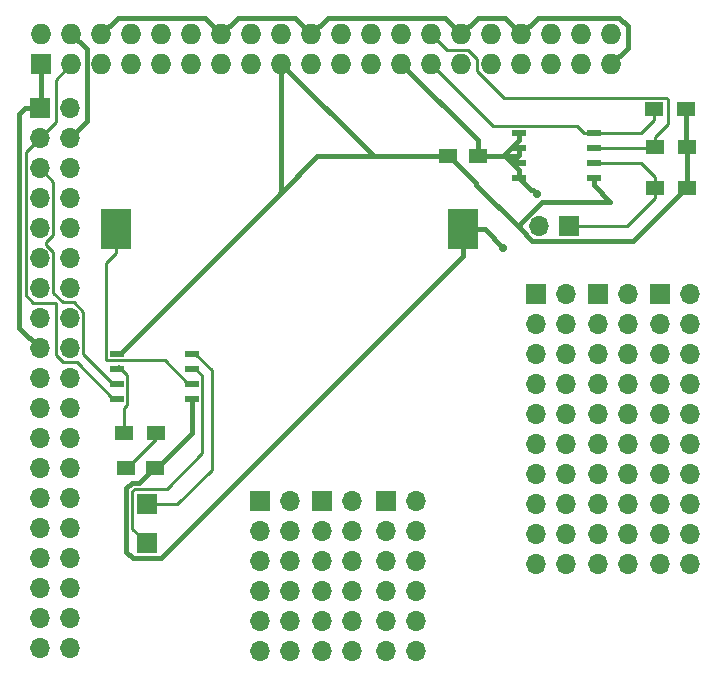
<source format=gbl>
G04 #@! TF.FileFunction,Copper,L2,Bot,Signal*
%FSLAX46Y46*%
G04 Gerber Fmt 4.6, Leading zero omitted, Abs format (unit mm)*
G04 Created by KiCad (PCBNEW 4.0.6) date Friday, 11 August 2017 'AMt' 02:59:44*
%MOMM*%
%LPD*%
G01*
G04 APERTURE LIST*
%ADD10C,0.100000*%
%ADD11R,1.727200X1.727200*%
%ADD12O,1.727200X1.727200*%
%ADD13R,1.700000X1.700000*%
%ADD14O,1.700000X1.700000*%
%ADD15R,2.540000X3.510000*%
%ADD16R,1.143000X0.508000*%
%ADD17R,1.800000X1.750000*%
%ADD18R,1.500000X1.250000*%
%ADD19R,1.500000X1.300000*%
%ADD20C,0.700000*%
%ADD21C,0.250000*%
%ADD22C,0.400000*%
G04 APERTURE END LIST*
D10*
D11*
X8370000Y-5270000D03*
D12*
X8370000Y-2730000D03*
X10910000Y-5270000D03*
X10910000Y-2730000D03*
X13450000Y-5270000D03*
X13450000Y-2730000D03*
X15990000Y-5270000D03*
X15990000Y-2730000D03*
X18530000Y-5270000D03*
X18530000Y-2730000D03*
X21070000Y-5270000D03*
X21070000Y-2730000D03*
X23610000Y-5270000D03*
X23610000Y-2730000D03*
X26150000Y-5270000D03*
X26150000Y-2730000D03*
X28690000Y-5270000D03*
X28690000Y-2730000D03*
X31230000Y-5270000D03*
X31230000Y-2730000D03*
X33770000Y-5270000D03*
X33770000Y-2730000D03*
X36310000Y-5270000D03*
X36310000Y-2730000D03*
X38850000Y-5270000D03*
X38850000Y-2730000D03*
X41390000Y-5270000D03*
X41390000Y-2730000D03*
X43930000Y-5270000D03*
X43930000Y-2730000D03*
X46470000Y-5270000D03*
X46470000Y-2730000D03*
X49010000Y-5270000D03*
X49010000Y-2730000D03*
X51550000Y-5270000D03*
X51550000Y-2730000D03*
X54090000Y-5270000D03*
X54090000Y-2730000D03*
X56630000Y-5270000D03*
X56630000Y-2730000D03*
D13*
X8204200Y-9017000D03*
D14*
X10744200Y-9017000D03*
X8204200Y-11557000D03*
X10744200Y-11557000D03*
X8204200Y-14097000D03*
X10744200Y-14097000D03*
X8204200Y-16637000D03*
X10744200Y-16637000D03*
X8204200Y-19177000D03*
X10744200Y-19177000D03*
X8204200Y-21717000D03*
X10744200Y-21717000D03*
X8204200Y-24257000D03*
X10744200Y-24257000D03*
X8204200Y-26797000D03*
X10744200Y-26797000D03*
X8204200Y-29337000D03*
X10744200Y-29337000D03*
X8204200Y-31877000D03*
X10744200Y-31877000D03*
X8204200Y-34417000D03*
X10744200Y-34417000D03*
X8204200Y-36957000D03*
X10744200Y-36957000D03*
X8204200Y-39497000D03*
X10744200Y-39497000D03*
X8204200Y-42037000D03*
X10744200Y-42037000D03*
X8204200Y-44577000D03*
X10744200Y-44577000D03*
X8204200Y-47117000D03*
X10744200Y-47117000D03*
X8204200Y-49657000D03*
X10744200Y-49657000D03*
X8204200Y-52197000D03*
X10744200Y-52197000D03*
X8204200Y-54737000D03*
X10744200Y-54737000D03*
D15*
X14709000Y-19227800D03*
X44069000Y-19227800D03*
D16*
X14732000Y-29768800D03*
X14732000Y-31038800D03*
X14732000Y-32308800D03*
X14732000Y-33578800D03*
X21082000Y-33578800D03*
X21082000Y-32308800D03*
X21082000Y-31038800D03*
X21082000Y-29768800D03*
D17*
X17297400Y-42545600D03*
X17297400Y-45795600D03*
D18*
X15488600Y-39446200D03*
X17988600Y-39446200D03*
D19*
X15359400Y-36499800D03*
X18059400Y-36499800D03*
D18*
X45288200Y-13081000D03*
X42788200Y-13081000D03*
D19*
X63017400Y-15722600D03*
X60317400Y-15722600D03*
X63017400Y-12319000D03*
X60317400Y-12319000D03*
X62945000Y-9067800D03*
X60245000Y-9067800D03*
D16*
X55118000Y-14884400D03*
X55118000Y-13614400D03*
X55118000Y-12344400D03*
X55118000Y-11074400D03*
X48768000Y-11074400D03*
X48768000Y-12344400D03*
X48768000Y-13614400D03*
X48768000Y-14884400D03*
D13*
X53060600Y-18973800D03*
D14*
X50520600Y-18973800D03*
D13*
X26847800Y-42240200D03*
D14*
X29387800Y-42240200D03*
X26847800Y-44780200D03*
X29387800Y-44780200D03*
X26847800Y-47320200D03*
X29387800Y-47320200D03*
X26847800Y-49860200D03*
X29387800Y-49860200D03*
X26847800Y-52400200D03*
X29387800Y-52400200D03*
X26847800Y-54940200D03*
X29387800Y-54940200D03*
D13*
X32131000Y-42240200D03*
D14*
X34671000Y-42240200D03*
X32131000Y-44780200D03*
X34671000Y-44780200D03*
X32131000Y-47320200D03*
X34671000Y-47320200D03*
X32131000Y-49860200D03*
X34671000Y-49860200D03*
X32131000Y-52400200D03*
X34671000Y-52400200D03*
X32131000Y-54940200D03*
X34671000Y-54940200D03*
D13*
X37515800Y-42240200D03*
D14*
X40055800Y-42240200D03*
X37515800Y-44780200D03*
X40055800Y-44780200D03*
X37515800Y-47320200D03*
X40055800Y-47320200D03*
X37515800Y-49860200D03*
X40055800Y-49860200D03*
X37515800Y-52400200D03*
X40055800Y-52400200D03*
X37515800Y-54940200D03*
X40055800Y-54940200D03*
D13*
X60731400Y-24714200D03*
D14*
X63271400Y-24714200D03*
X60731400Y-27254200D03*
X63271400Y-27254200D03*
X60731400Y-29794200D03*
X63271400Y-29794200D03*
X60731400Y-32334200D03*
X63271400Y-32334200D03*
X60731400Y-34874200D03*
X63271400Y-34874200D03*
X60731400Y-37414200D03*
X63271400Y-37414200D03*
X60731400Y-39954200D03*
X63271400Y-39954200D03*
X60731400Y-42494200D03*
X63271400Y-42494200D03*
X60731400Y-45034200D03*
X63271400Y-45034200D03*
X60731400Y-47574200D03*
X63271400Y-47574200D03*
D13*
X55499000Y-24714200D03*
D14*
X58039000Y-24714200D03*
X55499000Y-27254200D03*
X58039000Y-27254200D03*
X55499000Y-29794200D03*
X58039000Y-29794200D03*
X55499000Y-32334200D03*
X58039000Y-32334200D03*
X55499000Y-34874200D03*
X58039000Y-34874200D03*
X55499000Y-37414200D03*
X58039000Y-37414200D03*
X55499000Y-39954200D03*
X58039000Y-39954200D03*
X55499000Y-42494200D03*
X58039000Y-42494200D03*
X55499000Y-45034200D03*
X58039000Y-45034200D03*
X55499000Y-47574200D03*
X58039000Y-47574200D03*
D13*
X50266600Y-24714200D03*
D14*
X52806600Y-24714200D03*
X50266600Y-27254200D03*
X52806600Y-27254200D03*
X50266600Y-29794200D03*
X52806600Y-29794200D03*
X50266600Y-32334200D03*
X52806600Y-32334200D03*
X50266600Y-34874200D03*
X52806600Y-34874200D03*
X50266600Y-37414200D03*
X52806600Y-37414200D03*
X50266600Y-39954200D03*
X52806600Y-39954200D03*
X50266600Y-42494200D03*
X52806600Y-42494200D03*
X50266600Y-45034200D03*
X52806600Y-45034200D03*
X50266600Y-47574200D03*
X52806600Y-47574200D03*
D20*
X47472600Y-20802600D03*
X50317400Y-16230600D03*
D21*
X21082000Y-32308800D02*
X20764500Y-32308800D01*
X20764500Y-32308800D02*
X18803501Y-30347801D01*
X18803501Y-30347801D02*
X13900499Y-30347801D01*
X13900499Y-30347801D02*
X13835499Y-30282801D01*
X14709000Y-21232800D02*
X14709000Y-19227800D01*
X13835499Y-30282801D02*
X13835499Y-22106301D01*
X13835499Y-22106301D02*
X14709000Y-21232800D01*
X18973800Y-41224200D02*
X16258798Y-41224200D01*
X16258798Y-41224200D02*
X16072399Y-41410599D01*
X16072399Y-41410599D02*
X16072399Y-44595599D01*
X16072399Y-44595599D02*
X17272400Y-45795600D01*
X17272400Y-45795600D02*
X17297400Y-45795600D01*
X21978501Y-38219499D02*
X18973800Y-41224200D01*
X21399500Y-31038800D02*
X21978501Y-31617801D01*
X21978501Y-31617801D02*
X21978501Y-38219499D01*
X21082000Y-31038800D02*
X21399500Y-31038800D01*
X22783800Y-39598600D02*
X19836800Y-42545600D01*
X19836800Y-42545600D02*
X17297400Y-42545600D01*
X22783800Y-31153100D02*
X22783800Y-39598600D01*
X21399500Y-29768800D02*
X22783800Y-31153100D01*
X17322400Y-42545600D02*
X17297400Y-42545600D01*
X21082000Y-29768800D02*
X21399500Y-29768800D01*
X15488600Y-39446200D02*
X15613600Y-39446200D01*
X15613600Y-39446200D02*
X18059400Y-37000400D01*
X18059400Y-37000400D02*
X18059400Y-36499800D01*
X14859000Y-30848300D02*
X14859000Y-30911800D01*
X14859000Y-30911800D02*
X14732000Y-31038800D01*
X15359400Y-36499800D02*
X15359400Y-34361902D01*
X15628501Y-31617801D02*
X14859000Y-30848300D01*
X15359400Y-34361902D02*
X15628501Y-34092801D01*
X15628501Y-34092801D02*
X15628501Y-31617801D01*
X15049500Y-31038800D02*
X14732000Y-31038800D01*
D22*
X45897800Y-19227800D02*
X44069000Y-19227800D01*
X47472600Y-20802600D02*
X45897800Y-19227800D01*
X49809400Y-15925800D02*
X48768000Y-14884400D01*
X50012600Y-15925800D02*
X49809400Y-15925800D01*
X50317400Y-16230600D02*
X50012600Y-15925800D01*
X17988600Y-39446200D02*
X17863600Y-39446200D01*
X17863600Y-39446200D02*
X16610609Y-40699191D01*
X44069000Y-21519002D02*
X44069000Y-19227800D01*
X18517401Y-47070601D02*
X44069000Y-21519002D01*
X16077399Y-47070601D02*
X18517401Y-47070601D01*
X15547389Y-46540591D02*
X16077399Y-47070601D01*
X15547389Y-41193133D02*
X15547389Y-46540591D01*
X16041331Y-40699191D02*
X15547389Y-41193133D01*
X16610609Y-40699191D02*
X16041331Y-40699191D01*
X21082000Y-33578800D02*
X21082000Y-36477800D01*
X21082000Y-36477800D02*
X18113600Y-39446200D01*
X18113600Y-39446200D02*
X17988600Y-39446200D01*
X48786800Y-14884400D02*
X48768000Y-14884400D01*
X45288200Y-13081000D02*
X48234600Y-13081000D01*
X48234600Y-13081000D02*
X48768000Y-13614400D01*
X45288200Y-13081000D02*
X48685400Y-13081000D01*
X48685400Y-13081000D02*
X48768000Y-12998400D01*
X48768000Y-12998400D02*
X48768000Y-12344400D01*
X45288200Y-13081000D02*
X47618600Y-13081000D01*
X47618600Y-13081000D02*
X48768000Y-14230400D01*
X48768000Y-14230400D02*
X48768000Y-14884400D01*
X45288200Y-13081000D02*
X47415400Y-13081000D01*
X47415400Y-13081000D02*
X48768000Y-11728400D01*
X48768000Y-11728400D02*
X48768000Y-11074400D01*
X38850000Y-5270000D02*
X45288200Y-11708200D01*
X45288200Y-11708200D02*
X45288200Y-13081000D01*
X45288200Y-13017500D02*
X45288200Y-13081000D01*
X49010000Y-2730000D02*
X50373601Y-1366399D01*
X50373601Y-1366399D02*
X57284529Y-1366399D01*
X57284529Y-1366399D02*
X57993601Y-2075471D01*
X57993601Y-2075471D02*
X57993601Y-3906399D01*
X57993601Y-3906399D02*
X56630000Y-5270000D01*
X43930000Y-2730000D02*
X45293601Y-1366399D01*
X47646399Y-1366399D02*
X49010000Y-2730000D01*
X45293601Y-1366399D02*
X47646399Y-1366399D01*
X31230000Y-2730000D02*
X32593601Y-1366399D01*
X32593601Y-1366399D02*
X42566399Y-1366399D01*
X42566399Y-1366399D02*
X43930000Y-2730000D01*
X23610000Y-2730000D02*
X24973601Y-1366399D01*
X24973601Y-1366399D02*
X29866399Y-1366399D01*
X29866399Y-1366399D02*
X31230000Y-2730000D01*
X13450000Y-2730000D02*
X14813601Y-1366399D01*
X14813601Y-1366399D02*
X22246399Y-1366399D01*
X22246399Y-1366399D02*
X23610000Y-2730000D01*
X49920599Y-20223801D02*
X48873798Y-19177000D01*
X48873798Y-19177000D02*
X45199200Y-15502402D01*
X56515000Y-16935400D02*
X50708998Y-16935400D01*
X50708998Y-16935400D02*
X48873798Y-18770600D01*
X48873798Y-18770600D02*
X48873798Y-19177000D01*
X55118000Y-14884400D02*
X55118000Y-15538400D01*
X55118000Y-15538400D02*
X56515000Y-16935400D01*
X45199200Y-15367000D02*
X42913200Y-13081000D01*
X45199200Y-15502402D02*
X45199200Y-15367000D01*
X63017400Y-15722600D02*
X62917400Y-15722600D01*
X62917400Y-15722600D02*
X58416199Y-20223801D01*
X58416199Y-20223801D02*
X49920599Y-20223801D01*
X55118000Y-14884400D02*
X54800500Y-14884400D01*
X42913200Y-13081000D02*
X42788200Y-13081000D01*
X63017400Y-12319000D02*
X63017400Y-15722600D01*
X62945000Y-9067800D02*
X62945000Y-12246600D01*
X62945000Y-12246600D02*
X63017400Y-12319000D01*
X8204200Y-9017000D02*
X6954200Y-9017000D01*
X6954200Y-9017000D02*
X6504189Y-9467011D01*
X6504189Y-9467011D02*
X6504189Y-27636989D01*
X6504189Y-27636989D02*
X8204200Y-29337000D01*
X28690000Y-5270000D02*
X36501000Y-13081000D01*
X36501000Y-13081000D02*
X42788200Y-13081000D01*
X28690000Y-16128300D02*
X28473400Y-16344900D01*
X28473400Y-16344900D02*
X15049500Y-29768800D01*
X42788200Y-13081000D02*
X31737300Y-13081000D01*
X31737300Y-13081000D02*
X28473400Y-16344900D01*
X28690000Y-5270000D02*
X28690000Y-16128300D01*
X15049500Y-29768800D02*
X14732000Y-29768800D01*
X8370000Y-5270000D02*
X8370000Y-8851200D01*
X8370000Y-8851200D02*
X8204200Y-9017000D01*
D21*
X14732000Y-33578800D02*
X14414500Y-33578800D01*
X14414500Y-33578800D02*
X11347701Y-30512001D01*
X9569199Y-29901001D02*
X9569199Y-25457411D01*
X9569199Y-25457411D02*
X7665609Y-25457411D01*
X11347701Y-30512001D02*
X10180199Y-30512001D01*
X10180199Y-30512001D02*
X9569199Y-29901001D01*
X7665609Y-25457411D02*
X7029199Y-24821001D01*
X7029199Y-12732001D02*
X8204200Y-11557000D01*
X7029199Y-24821001D02*
X7029199Y-12732001D01*
X10910000Y-5270000D02*
X9569199Y-6610801D01*
X9569199Y-6610801D02*
X9569199Y-10192001D01*
X9569199Y-10192001D02*
X8204200Y-11557000D01*
X14732000Y-32308800D02*
X14414500Y-32308800D01*
X11919201Y-26232999D02*
X11118203Y-25432001D01*
X14414500Y-32308800D02*
X11919201Y-29813501D01*
X11919201Y-29813501D02*
X11919201Y-26232999D01*
X11118203Y-25432001D02*
X10180199Y-25432001D01*
X9379201Y-24631003D02*
X9379201Y-21164801D01*
X9379201Y-21164801D02*
X8768201Y-20553801D01*
X10180199Y-25432001D02*
X9379201Y-24631003D01*
X8768201Y-20553801D02*
X8768201Y-20352001D01*
X8768201Y-20352001D02*
X9379201Y-19741001D01*
X9379201Y-19741001D02*
X9379201Y-15272001D01*
X9379201Y-15272001D02*
X8204200Y-14097000D01*
D22*
X10910000Y-2730000D02*
X12186399Y-4006399D01*
X12186399Y-4006399D02*
X12186399Y-10114801D01*
X12186399Y-10114801D02*
X10744200Y-11557000D01*
D21*
X41390000Y-5270000D02*
X46615399Y-10495399D01*
X46615399Y-10495399D02*
X53717499Y-10495399D01*
X53717499Y-10495399D02*
X54296500Y-11074400D01*
X54296500Y-11074400D02*
X55118000Y-11074400D01*
X55118000Y-11074400D02*
X59138400Y-11074400D01*
X59138400Y-11074400D02*
X60245000Y-9967800D01*
X60245000Y-9967800D02*
X60245000Y-9067800D01*
X61413810Y-8251608D02*
X61413810Y-10322590D01*
X61413810Y-10322590D02*
X60317400Y-11419000D01*
X60317400Y-11419000D02*
X60317400Y-12319000D01*
X41390000Y-2730000D02*
X42741399Y-4081399D01*
X42741399Y-4081399D02*
X44500529Y-4081399D01*
X47533669Y-8092799D02*
X61255001Y-8092799D01*
X61255001Y-8092799D02*
X61413810Y-8251608D01*
X44500529Y-4081399D02*
X45281399Y-4862269D01*
X45281399Y-4862269D02*
X45281399Y-5840529D01*
X45281399Y-5840529D02*
X47533669Y-8092799D01*
X55118000Y-12344400D02*
X60292000Y-12344400D01*
X60292000Y-12344400D02*
X60317400Y-12319000D01*
X53060600Y-18973800D02*
X57966200Y-18973800D01*
X57966200Y-18973800D02*
X60317400Y-16622600D01*
X60317400Y-16622600D02*
X60317400Y-15722600D01*
X55118000Y-13614400D02*
X59109200Y-13614400D01*
X59109200Y-13614400D02*
X60317400Y-14822600D01*
X60317400Y-14822600D02*
X60317400Y-15722600D01*
M02*

</source>
